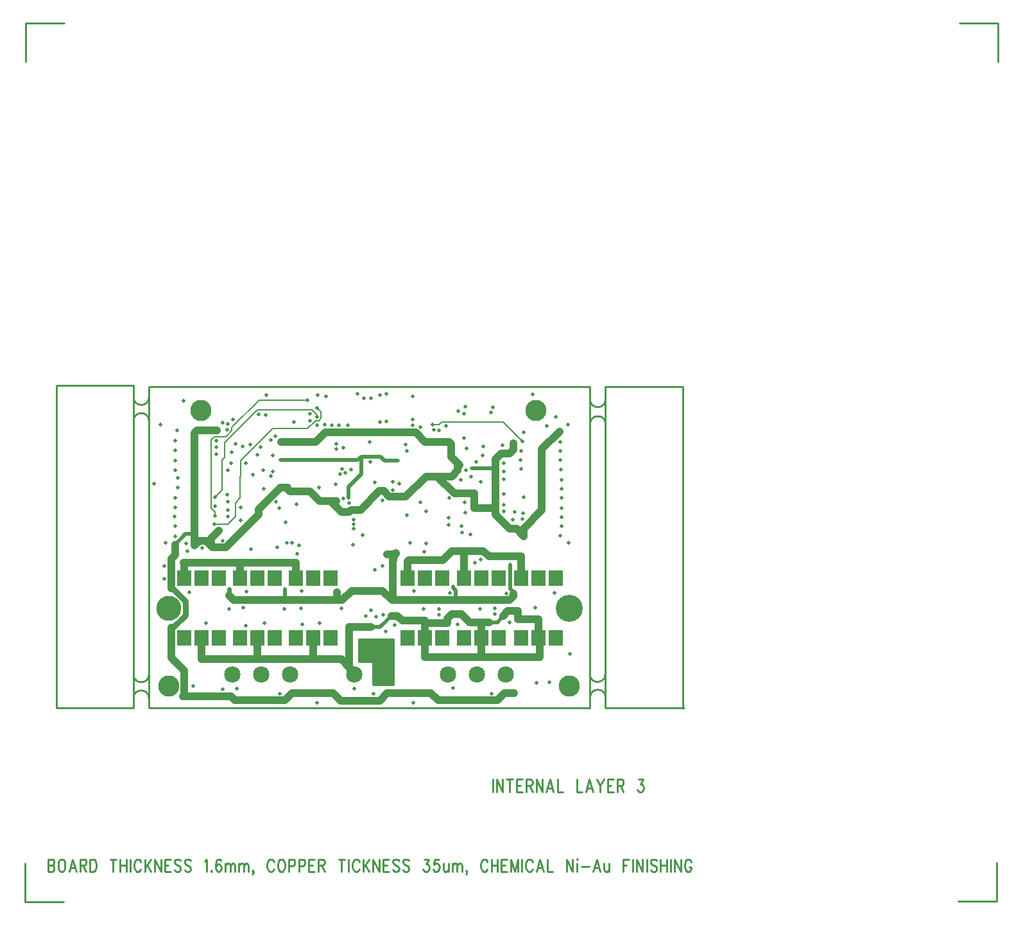
<source format=gbr>
*
*
G04 PADS Layout (Build Number 2007.21.1) generated Gerber (RS-274-X) file*
G04 PC Version=2.1*
*
%IN "2FOC-001.pcb"*%
*
%MOIN*%
*
%FSLAX35Y35*%
*
*
*
*
G04 PC Standard Apertures*
*
*
G04 Thermal Relief Aperture macro.*
%AMTER*
1,1,$1,0,0*
1,0,$1-$2,0,0*
21,0,$3,$4,0,0,45*
21,0,$3,$4,0,0,135*
%
*
*
G04 Annular Aperture macro.*
%AMANN*
1,1,$1,0,0*
1,0,$2,0,0*
%
*
*
G04 Odd Aperture macro.*
%AMODD*
1,1,$1,0,0*
1,0,$1-0.005,0,0*
%
*
*
G04 PC Custom Aperture Macros*
*
*
*
*
*
*
G04 PC Aperture Table*
*
%ADD010C,0.01*%
%ADD028R,0.075X0.084*%
%ADD029C,0.085*%
%ADD049C,0.11*%
%ADD070C,0.001*%
%ADD083C,0.00787*%
%ADD085C,0.03937*%
%ADD087C,0.01969*%
%ADD088C,0.13*%
%ADD090C,0.14*%
%ADD091C,0.0315*%
%ADD092C,0.02362*%
*
*
*
*
G04 PC Circuitry*
G04 Layer Name 2FOC-001.pcb - circuitry*
%LPD*%
*
*
G04 PC Custom Flashes*
G04 Layer Name 2FOC-001.pcb - flashes*
%LPD*%
*
*
G04 PC Circuitry*
G04 Layer Name 2FOC-001.pcb - circuitry*
%LPD*%
*
G54D10*
G01X403507Y420060D02*
Y413498D01*
X405553Y420060D02*
Y413498D01*
Y420060D02*
X408735Y413498D01*
Y420060D02*
Y413498D01*
X412371Y420060D02*
Y413498D01*
X410780Y420060D02*
X413962D01*
X416007D02*
Y413498D01*
Y420060D02*
X418962D01*
X416007Y416935D02*
X417826D01*
X416007Y413498D02*
X418962D01*
X421007Y420060D02*
Y413498D01*
Y420060D02*
X423053D01*
X423735Y419748*
X423962Y419435*
X424189Y418810*
Y418185*
X423962Y417560*
X423735Y417248*
X423053Y416935*
X421007*
X422598D02*
X424189Y413498D01*
X426235Y420060D02*
Y413498D01*
Y420060D02*
X429417Y413498D01*
Y420060D02*
Y413498D01*
X433280Y420060D02*
X431462Y413498D01*
X433280Y420060D02*
X435098Y413498D01*
X432144Y415685D02*
X434417D01*
X437144Y420060D02*
Y413498D01*
X439871*
X447144Y420060D02*
Y413498D01*
X449871*
X453735Y420060D02*
X451917Y413498D01*
X453735Y420060D02*
X455553Y413498D01*
X452598Y415685D02*
X454871D01*
X457598Y420060D02*
X459417Y416935D01*
Y413498*
X461235Y420060D02*
X459417Y416935D01*
X463280Y420060D02*
Y413498D01*
Y420060D02*
X466235D01*
X463280Y416935D02*
X465098D01*
X463280Y413498D02*
X466235D01*
X468280Y420060D02*
Y413498D01*
Y420060D02*
X470326D01*
X471007Y419748*
X471235Y419435*
X471462Y418810*
Y418185*
X471235Y417560*
X471007Y417248*
X470326Y416935*
X468280*
X469871D02*
X471462Y413498D01*
X479189Y420060D02*
X481689D01*
X480326Y417560*
X481007*
X481462Y417248*
X481689Y416935*
X481917Y415998*
Y415373*
X481689Y414435*
X481235Y413810*
X480553Y413498*
X479871*
X479189Y413810*
X478962Y414123*
X478735Y414748*
X172602Y378722D02*
Y372159D01*
Y378722D02*
X174647D01*
X175329Y378409*
X175557Y378097*
X175784Y377472*
Y376847*
X175557Y376222*
X175329Y375909*
X174647Y375597*
X172602D02*
X174647D01*
X175329Y375284*
X175557Y374972*
X175784Y374347*
Y373409*
X175557Y372784*
X175329Y372472*
X174647Y372159*
X172602*
X179193Y378722D02*
X178738Y378409D01*
X178284Y377784*
X178057Y377159*
X177829Y376222*
Y374659*
X178057Y373722*
X178284Y373097*
X178738Y372472*
X179193Y372159*
X180102*
X180557Y372472*
X181011Y373097*
X181238Y373722*
X181466Y374659*
Y376222*
X181238Y377159*
X181011Y377784*
X180557Y378409*
X180102Y378722*
X179193*
X185329D02*
X183511Y372159D01*
X185329Y378722D02*
X187147Y372159D01*
X184193Y374347D02*
X186466D01*
X189193Y378722D02*
Y372159D01*
Y378722D02*
X191238D01*
X191920Y378409*
X192147Y378097*
X192375Y377472*
Y376847*
X192147Y376222*
X191920Y375909*
X191238Y375597*
X189193*
X190784D02*
X192375Y372159D01*
X194420Y378722D02*
Y372159D01*
Y378722D02*
X196011D01*
X196693Y378409*
X197147Y377784*
X197375Y377159*
X197602Y376222*
Y374659*
X197375Y373722*
X197147Y373097*
X196693Y372472*
X196011Y372159*
X194420*
X206466Y378722D02*
Y372159D01*
X204875Y378722D02*
X208057D01*
X210102D02*
Y372159D01*
X213284Y378722D02*
Y372159D01*
X210102Y375597D02*
X213284D01*
X215329Y378722D02*
Y372159D01*
X220784Y377159D02*
X220557Y377784D01*
X220102Y378409*
X219647Y378722*
X218738*
X218284Y378409*
X217829Y377784*
X217602Y377159*
X217375Y376222*
Y374659*
X217602Y373722*
X217829Y373097*
X218284Y372472*
X218738Y372159*
X219647*
X220102Y372472*
X220557Y373097*
X220784Y373722*
X222829Y378722D02*
Y372159D01*
X226011Y378722D02*
X222829Y374347D01*
X223966Y375909D02*
X226011Y372159D01*
X228057Y378722D02*
Y372159D01*
Y378722D02*
X231238Y372159D01*
Y378722D02*
Y372159D01*
X233284Y378722D02*
Y372159D01*
Y378722D02*
X236238D01*
X233284Y375597D02*
X235102D01*
X233284Y372159D02*
X236238D01*
X241466Y377784D02*
X241011Y378409D01*
X240329Y378722*
X239420*
X238738Y378409*
X238284Y377784*
Y377159*
X238511Y376534*
X238738Y376222*
X239193Y375909*
X240557Y375284*
X241011Y374972*
X241238Y374659*
X241466Y374034*
Y373097*
X241011Y372472*
X240329Y372159*
X239420*
X238738Y372472*
X238284Y373097*
X246693Y377784D02*
X246238Y378409D01*
X245557Y378722*
X244647*
X243966Y378409*
X243511Y377784*
Y377159*
X243738Y376534*
X243966Y376222*
X244420Y375909*
X245784Y375284*
X246238Y374972*
X246466Y374659*
X246693Y374034*
Y373097*
X246238Y372472*
X245557Y372159*
X244647*
X243966Y372472*
X243511Y373097*
X253966Y377472D02*
X254420Y377784D01*
X255102Y378722*
Y372159*
X257375Y372784D02*
X257147Y372472D01*
X257375Y372159*
X257602Y372472*
X257375Y372784*
X262375Y377784D02*
X262147Y378409D01*
X261466Y378722*
X261011*
X260329Y378409*
X259875Y377472*
X259647Y375909*
Y374347*
X259875Y373097*
X260329Y372472*
X261011Y372159*
X261238*
X261920Y372472*
X262375Y373097*
X262602Y374034*
Y374347*
X262375Y375284*
X261920Y375909*
X261238Y376222*
X261011*
X260329Y375909*
X259875Y375284*
X259647Y374347*
X264647Y376534D02*
Y372159D01*
Y375284D02*
X265329Y376222D01*
X265784Y376534*
X266466*
X266920Y376222*
X267147Y375284*
Y372159*
Y375284D02*
X267829Y376222D01*
X268284Y376534*
X268966*
X269420Y376222*
X269647Y375284*
Y372159*
X271693Y376534D02*
Y372159D01*
Y375284D02*
X272375Y376222D01*
X272829Y376534*
X273511*
X273966Y376222*
X274193Y375284*
Y372159*
Y375284D02*
X274875Y376222D01*
X275329Y376534*
X276011*
X276466Y376222*
X276693Y375284*
Y372159*
X279193Y372472D02*
X278966Y372159D01*
X278738Y372472*
X278966Y372784*
X279193Y372472*
Y371847*
X278966Y371222*
X278738Y370909*
X289875Y377159D02*
X289647Y377784D01*
X289193Y378409*
X288738Y378722*
X287829*
X287375Y378409*
X286920Y377784*
X286693Y377159*
X286466Y376222*
Y374659*
X286693Y373722*
X286920Y373097*
X287375Y372472*
X287829Y372159*
X288738*
X289193Y372472*
X289647Y373097*
X289875Y373722*
X293284Y378722D02*
X292829Y378409D01*
X292375Y377784*
X292147Y377159*
X291920Y376222*
Y374659*
X292147Y373722*
X292375Y373097*
X292829Y372472*
X293284Y372159*
X294193*
X294647Y372472*
X295102Y373097*
X295329Y373722*
X295557Y374659*
Y376222*
X295329Y377159*
X295102Y377784*
X294647Y378409*
X294193Y378722*
X293284*
X297602D02*
Y372159D01*
Y378722D02*
X299647D01*
X300329Y378409*
X300557Y378097*
X300784Y377472*
Y376534*
X300557Y375909*
X300329Y375597*
X299647Y375284*
X297602*
X302829Y378722D02*
Y372159D01*
Y378722D02*
X304875D01*
X305557Y378409*
X305784Y378097*
X306011Y377472*
Y376534*
X305784Y375909*
X305557Y375597*
X304875Y375284*
X302829*
X308057Y378722D02*
Y372159D01*
Y378722D02*
X311011D01*
X308057Y375597D02*
X309875D01*
X308057Y372159D02*
X311011D01*
X313057Y378722D02*
Y372159D01*
Y378722D02*
X315102D01*
X315784Y378409*
X316011Y378097*
X316238Y377472*
Y376847*
X316011Y376222*
X315784Y375909*
X315102Y375597*
X313057*
X314647D02*
X316238Y372159D01*
X325102Y378722D02*
Y372159D01*
X323511Y378722D02*
X326693D01*
X328738D02*
Y372159D01*
X334193Y377159D02*
X333966Y377784D01*
X333511Y378409*
X333057Y378722*
X332147*
X331693Y378409*
X331238Y377784*
X331011Y377159*
X330784Y376222*
Y374659*
X331011Y373722*
X331238Y373097*
X331693Y372472*
X332147Y372159*
X333057*
X333511Y372472*
X333966Y373097*
X334193Y373722*
X336238Y378722D02*
Y372159D01*
X339420Y378722D02*
X336238Y374347D01*
X337375Y375909D02*
X339420Y372159D01*
X341466Y378722D02*
Y372159D01*
Y378722D02*
X344647Y372159D01*
Y378722D02*
Y372159D01*
X346693Y378722D02*
Y372159D01*
Y378722D02*
X349647D01*
X346693Y375597D02*
X348511D01*
X346693Y372159D02*
X349647D01*
X354875Y377784D02*
X354420Y378409D01*
X353738Y378722*
X352829*
X352147Y378409*
X351693Y377784*
Y377159*
X351920Y376534*
X352147Y376222*
X352602Y375909*
X353966Y375284*
X354420Y374972*
X354647Y374659*
X354875Y374034*
Y373097*
X354420Y372472*
X353738Y372159*
X352829*
X352147Y372472*
X351693Y373097*
X360102Y377784D02*
X359647Y378409D01*
X358966Y378722*
X358057*
X357375Y378409*
X356920Y377784*
Y377159*
X357147Y376534*
X357375Y376222*
X357829Y375909*
X359193Y375284*
X359647Y374972*
X359875Y374659*
X360102Y374034*
Y373097*
X359647Y372472*
X358966Y372159*
X358057*
X357375Y372472*
X356920Y373097*
X367829Y378722D02*
X370329D01*
X368966Y376222*
X369647*
X370102Y375909*
X370329Y375597*
X370557Y374659*
Y374034*
X370329Y373097*
X369875Y372472*
X369193Y372159*
X368511*
X367829Y372472*
X367602Y372784*
X367375Y373409*
X375557Y378722D02*
X373284D01*
X373057Y375909*
X373284Y376222*
X373966Y376534*
X374647*
X375329Y376222*
X375784Y375597*
X376011Y374659*
X375784Y374034*
X375557Y373097*
X375102Y372472*
X374420Y372159*
X373738*
X373057Y372472*
X372829Y372784*
X372602Y373409*
X378057Y376534D02*
Y373409D01*
X378284Y372472*
X378738Y372159*
X379420*
X379875Y372472*
X380557Y373409*
Y376534D02*
Y372159D01*
X382602Y376534D02*
Y372159D01*
Y375284D02*
X383284Y376222D01*
X383738Y376534*
X384420*
X384875Y376222*
X385102Y375284*
Y372159*
Y375284D02*
X385784Y376222D01*
X386238Y376534*
X386920*
X387375Y376222*
X387602Y375284*
Y372159*
X390102Y372472D02*
X389875Y372159D01*
X389647Y372472*
X389875Y372784*
X390102Y372472*
Y371847*
X389875Y371222*
X389647Y370909*
X400784Y377159D02*
X400557Y377784D01*
X400102Y378409*
X399647Y378722*
X398738*
X398284Y378409*
X397829Y377784*
X397602Y377159*
X397375Y376222*
Y374659*
X397602Y373722*
X397829Y373097*
X398284Y372472*
X398738Y372159*
X399647*
X400102Y372472*
X400557Y373097*
X400784Y373722*
X402829Y378722D02*
Y372159D01*
X406011Y378722D02*
Y372159D01*
X402829Y375597D02*
X406011D01*
X408057Y378722D02*
Y372159D01*
Y378722D02*
X411011D01*
X408057Y375597D02*
X409875D01*
X408057Y372159D02*
X411011D01*
X413057Y378722D02*
Y372159D01*
Y378722D02*
X414875Y372159D01*
X416693Y378722D02*
X414875Y372159D01*
X416693Y378722D02*
Y372159D01*
X418738Y378722D02*
Y372159D01*
X424193Y377159D02*
X423966Y377784D01*
X423511Y378409*
X423057Y378722*
X422147*
X421693Y378409*
X421238Y377784*
X421011Y377159*
X420784Y376222*
Y374659*
X421011Y373722*
X421238Y373097*
X421693Y372472*
X422147Y372159*
X423057*
X423511Y372472*
X423966Y373097*
X424193Y373722*
X428057Y378722D02*
X426238Y372159D01*
X428057Y378722D02*
X429875Y372159D01*
X426920Y374347D02*
X429193D01*
X431920Y378722D02*
Y372159D01*
X434647*
X441920Y378722D02*
Y372159D01*
Y378722D02*
X445102Y372159D01*
Y378722D02*
Y372159D01*
X447147Y378722D02*
X447375Y378409D01*
X447602Y378722*
X447375Y379034*
X447147Y378722*
X447375Y376534D02*
Y372159D01*
X449647Y374972D02*
X453738D01*
X457602Y378722D02*
X455784Y372159D01*
X457602Y378722D02*
X459420Y372159D01*
X456466Y374347D02*
X458738D01*
X461466Y376534D02*
Y373409D01*
X461693Y372472*
X462147Y372159*
X462829*
X463284Y372472*
X463966Y373409*
Y376534D02*
Y372159D01*
X471238Y378722D02*
Y372159D01*
Y378722D02*
X474193D01*
X471238Y375597D02*
X473057D01*
X476238Y378722D02*
Y372159D01*
X478284Y378722D02*
Y372159D01*
Y378722D02*
X481466Y372159D01*
Y378722D02*
Y372159D01*
X483511Y378722D02*
Y372159D01*
X488738Y377784D02*
X488284Y378409D01*
X487602Y378722*
X486693*
X486011Y378409*
X485557Y377784*
Y377159*
X485784Y376534*
X486011Y376222*
X486466Y375909*
X487829Y375284*
X488284Y374972*
X488511Y374659*
X488738Y374034*
Y373097*
X488284Y372472*
X487602Y372159*
X486693*
X486011Y372472*
X485557Y373097*
X490784Y378722D02*
Y372159D01*
X493966Y378722D02*
Y372159D01*
X490784Y375597D02*
X493966D01*
X496011Y378722D02*
Y372159D01*
X498057Y378722D02*
Y372159D01*
Y378722D02*
X501238Y372159D01*
Y378722D02*
Y372159D01*
X506693Y377159D02*
X506466Y377784D01*
X506011Y378409*
X505557Y378722*
X504647*
X504193Y378409*
X503738Y377784*
X503511Y377159*
X503284Y376222*
Y374659*
X503511Y373722*
X503738Y373097*
X504193Y372472*
X504647Y372159*
X505557*
X506011Y372472*
X506466Y373097*
X506693Y373722*
Y374659*
X505557D02*
X506693D01*
X333929Y492919D02*
X351826D01*
Y469116*
X341212*
Y481124*
X333929*
Y492919*
Y492514D02*
X351826D01*
X333929Y491614D02*
X351826D01*
X333929Y490714D02*
X351826D01*
X333929Y489814D02*
X351826D01*
X333929Y488914D02*
X351826D01*
X333929Y488014D02*
X351826D01*
X333929Y487114D02*
X351826D01*
X333929Y486214D02*
X351826D01*
X333929Y485314D02*
X351826D01*
X333929Y484414D02*
X351826D01*
X333929Y483514D02*
X351826D01*
X333929Y482614D02*
X351826D01*
X333929Y481714D02*
X351826D01*
X341212Y480814D02*
X351826D01*
X341212Y479914D02*
X351826D01*
X341212Y479014D02*
X351826D01*
X341212Y478114D02*
X351826D01*
X341212Y477214D02*
X351826D01*
X341212Y476314D02*
X351826D01*
X341212Y475414D02*
X351826D01*
X341212Y474514D02*
X351826D01*
X341212Y473614D02*
X351826D01*
X341212Y472714D02*
X351826D01*
X341212Y471814D02*
X351826D01*
X341212Y470914D02*
X351826D01*
X341212Y470014D02*
X351826D01*
X224988Y457218D02*
X454098D01*
Y623931*
X224988*
Y457218*
X180870Y812710D02*
X160870D01*
Y792710*
X160791Y376490D02*
Y356490D01*
X180791*
X645437Y356805D02*
X665437D01*
Y376805*
X665909Y792631D02*
Y812631D01*
X645909*
X216893Y624718D02*
Y457198D01*
X176933*
Y624521*
X216696*
X454107Y617296D02*
G75*
G03X462107I4000J0D01*
G01X462141Y604588D02*
G03X454141I-4000J-0D01*
G01X217014Y618422D02*
G03X225014I4000J0D01*
G01X225027Y606151D02*
G03X217027I-4000J0D01*
G01X217014Y474524D02*
G03X225014I4000J0D01*
G01X224962Y462256D02*
G03X216962I-4000J-0D01*
G01X454022Y474721D02*
G03X462022I4000J0D01*
G01X502917Y457198D02*
X462078D01*
Y623931*
X502326*
Y456805*
X462155Y462660D02*
G03X454155I-4000J-0D01*
G54D28*
G01X243161Y493395D03*
X252161D03*
X261161D03*
X272161D03*
X281161D03*
X290161D03*
X301161D03*
X310161D03*
X319161D03*
X261161Y524395D03*
X252161D03*
X243161D03*
X290161D03*
X281161D03*
X272161D03*
X319161D03*
X310161D03*
X301161D03*
X359161Y493395D03*
X368161D03*
X377161D03*
X388661D03*
X397661D03*
X406661D03*
X418161D03*
X427161D03*
X436161D03*
X377161Y524395D03*
X368161D03*
X359161D03*
X406661D03*
X397661D03*
X388661D03*
X436161D03*
X427161D03*
X418161D03*
G54D29*
X331661Y474395D03*
X346661D03*
X268161D03*
X283161D03*
X298161D03*
X380161D03*
X395161D03*
X410161D03*
G54D49*
X251933Y611395D03*
X425948D03*
X235161Y468395D03*
X443161D03*
G54D70*
G54D83*
X259019Y552474D02*
X265909D01*
X269846Y556411*
Y563498*
X272405Y566057*
Y577277*
X272602Y577474*
Y585545*
X289137Y602080*
X307444*
X311578Y606214*
X313153*
X314334Y607395*
Y608380*
X259216Y566647D02*
X262956Y570387D01*
Y585939*
X264334Y587317*
Y594994*
X281263Y611923*
X309610*
X312366Y609167*
Y608380*
X257248Y580820D02*
Y560742D01*
X259216Y558773*
Y556805*
X257248Y580820D02*
Y596372D01*
X258822Y597946*
X264925*
X268074Y601096*
Y602868*
X282248Y617041*
X307248*
X312169Y612907D02*
X314334Y610742D01*
Y608380*
X372405Y604246D02*
X375555D01*
X376933Y605624*
X408822*
X418862Y595584*
G54D85*
X242484Y463104D02*
X267681D01*
X269649Y461135*
X295633*
X299374Y464876*
X304295*
X242484Y463104D02*
X243468Y464088D01*
Y476687*
X304295Y464876D02*
X320633D01*
X324570Y460939*
X344846*
X348783Y464876*
X354098*
X329098Y478261D02*
X331657Y475702D01*
Y474399*
X331661Y474395*
X329098Y478261D02*
Y499128D01*
X340319*
X354098Y464876D02*
X371421D01*
X375161Y461135*
X405870*
X409610Y464876*
X414728*
X252161Y493395D02*
Y482395D01*
X281161*
X310161D02*
X281161D01*
Y493395*
X310161Y482395D02*
X324964D01*
X329098Y478261*
X310161Y482395D02*
Y493395D01*
X368161D02*
Y483576D01*
X397661*
X428114*
Y493395*
X397661Y483576D02*
Y493395D01*
X427161D02*
X427381Y493616D01*
X428114*
Y493395*
X236775Y498734D02*
Y483380D01*
X243468Y476687*
X266696Y515466D02*
X269059Y513104D01*
X295633*
X322405*
X322602Y513301*
Y517238*
X322405Y513104D02*
X325358D01*
X330279Y518025*
X346421*
X351342Y513104*
X351736*
X350948Y505033D02*
X354098D01*
X356657Y502474*
X368161*
Y501096*
X384216Y513104D02*
X351736D01*
Y535939*
X368161Y493395D02*
Y501096D01*
X380082*
Y503655*
X382444Y506017*
X387169*
X391500Y501687*
X397011*
X384216Y513104D02*
X412169D01*
X414137Y515072*
Y516647*
X401539Y501687D02*
X397011D01*
X397661Y501293*
Y493395*
X409019Y505033D02*
X411381Y507395D01*
X416500*
Y503065*
X427161*
Y493395*
X272405Y532592D02*
X242878D01*
X243161Y532309*
Y524395*
X236775Y519206D02*
Y534561D01*
X238744Y536529*
Y541844*
X272405Y532592D02*
X301161D01*
Y524395*
X272161D02*
Y532348D01*
X272405Y532592*
X352164Y535939D02*
X352326Y537317D01*
X352917*
X353311Y537710*
Y537120*
X351736Y535939D02*
X351933Y533970D01*
X352164Y535939*
X348586Y536923D02*
X350752D01*
X351736Y535939*
X359161Y524395D02*
Y533128D01*
X359807Y533773*
X377523*
X382248Y538498*
X388661*
X248783Y547553D02*
Y599915D01*
X249964Y601096*
X260397*
X248783Y547553D02*
Y541450D01*
X251145Y543813*
X254492*
X257248Y541057*
Y545387*
X261185Y549324*
X257248Y541057D02*
X257838Y540466D01*
X264925*
X281854Y557395*
Y560151*
X293271Y571569*
X297011*
X388661Y538498D02*
X398783D01*
X401539Y535742*
X418161*
Y524395*
X388661Y538498D02*
Y524395D01*
X419649Y546372D02*
Y550309D01*
X429098Y559757*
Y591450*
X438153Y600506*
X297405Y570584D02*
X298389Y569600D01*
X303704*
X308626*
X313547Y564679*
X319256*
X322405*
X319256D02*
X324964Y558970D01*
X329098*
X330082Y559954*
X334807*
X344649Y569797*
X346815*
X349767Y566844*
X358429*
X368862Y577277*
X374767*
X383626Y568419*
X393862*
Y560742*
X404885*
X374767Y577277D02*
X382248D01*
X385397Y580427*
Y582395*
X386283Y583281*
X404885Y560742D02*
Y557395D01*
X412169Y550112*
X415909*
X419649Y546372*
X404885Y560742D02*
Y581214D01*
X293665Y595191D02*
X311578D01*
X316500Y600112*
X363744*
X368468Y595387*
X380870*
X382051Y594206*
Y587513*
X386283Y583281*
X404885Y581214D02*
Y586135D01*
X408035Y589285*
X412366*
X414137Y591057*
Y594600*
G54D87*
X295633Y513104D02*
Y518813D01*
X340319Y499128D02*
X345043D01*
X350948Y505033*
X401539Y501687D02*
X405870D01*
X409019Y505033*
X383035Y520191D02*
Y519403D01*
X384216Y518222*
Y513104*
X412759Y531411D02*
Y518813D01*
X414137Y517435*
Y516647*
X238744Y541844D02*
X244059Y547553D01*
X248783*
X328507Y566057D02*
Y571962D01*
X335200Y578655*
Y587513*
X293271Y585742D02*
X333429D01*
X335200Y587513*
X345437*
X347405Y585545*
X354295*
X392484Y581608D02*
X404492D01*
X404885Y581214*
X242484Y463104D03*
X247996Y468419D03*
X263350Y467041D03*
X270633Y467238D03*
X304295Y464876D03*
X292878Y464679D03*
X312366Y459757D03*
X331657Y467238D03*
X341696Y464482D03*
X354098Y464876D03*
X362366Y459954D03*
X382838Y467435D03*
X402917Y464679D03*
X414728Y464876D03*
X426145Y470191D03*
X433035Y470584D03*
X346027Y486529D03*
X342484Y486726D03*
X339137D03*
X335988D03*
Y482395D03*
X339137D03*
X342484D03*
X346027D03*
X347996Y496962D03*
X349374Y486529D03*
Y482395D03*
X443665Y485151D03*
X245830Y517238D03*
X254689Y501096D03*
X266500Y508576D03*
X275358Y499915D03*
X273980Y509364D03*
X284807Y501096D03*
X275555Y517435D03*
X304492Y500506D03*
X303901Y508773D03*
X304295Y517828D03*
X295437Y508576D03*
X313744Y501096D03*
X324964Y508773D03*
X322602Y517238D03*
X337563Y504836D03*
X342878Y504639D03*
X340319Y507986D03*
X346618Y505624D03*
X352720Y500112D03*
X362563Y517828D03*
X385397Y500506D03*
X375752Y508576D03*
Y505427D03*
X367681Y508576D03*
X381460Y517041D03*
X396815Y508576D03*
X404689Y505820D03*
Y508970D03*
X412169Y501490D03*
X410594Y516647D03*
X425752Y509167D03*
X435594Y517041D03*
X232838Y524324D03*
Y530820D03*
X266696Y519009D03*
X301933Y537120D03*
X295633Y518813D03*
X342287Y528852D03*
X346421Y530820D03*
X348586Y536923D03*
X353311Y537120D03*
X367878Y538104D03*
X383035Y520191D03*
X394452Y532395D03*
X397405Y534364D03*
X412759Y531411D03*
X244256Y542631D03*
X245043Y538498D03*
X238547Y551490D03*
X233626Y543025D03*
X238350Y556608D03*
X238547Y546372D03*
X252720Y540269D03*
X259019Y552474D03*
X259216Y556805D03*
X261185Y549324D03*
X263350Y544009D03*
X266106Y556608D03*
X272799Y554639D03*
X277917Y539482D03*
X291500Y540663D03*
X302917Y541647D03*
X299177Y542828D03*
X296027Y553458D03*
X296618Y543025D03*
X335988Y546765D03*
X331263Y554836D03*
X330870Y541844D03*
X331263Y552474D03*
Y550112D03*
X358822Y557198D03*
X360594Y543025D03*
X368862Y542435D03*
X380673Y552277D03*
X387366Y551687D03*
X380673Y555820D03*
X387563Y548143D03*
X391893Y547356D03*
X419452Y558380D03*
X419059Y555230D03*
X413941Y554836D03*
X419649Y546372D03*
X439137Y556214D03*
Y551490D03*
X442878Y543025D03*
X438547Y546569D03*
X227523Y573537D03*
X238547Y566254D03*
Y561332D03*
X239925Y576490D03*
Y571569D03*
X259216Y566647D03*
Y561923D03*
X265909Y564285D03*
X265712Y567828D03*
X265909Y559954D03*
X284610Y570978D03*
X272799Y561135D03*
X279098Y578261D03*
X301539Y562907D03*
X292681Y560742D03*
X291106Y564285D03*
X303704Y569600D03*
X297996Y569403D03*
X297011Y571569D03*
X288350Y577474D03*
X321815Y573340D03*
X325948Y565860D03*
X322405Y564679D03*
X313153Y571569D03*
X328507Y566057D03*
X342287Y574324D03*
X346224Y564876D03*
X329098Y563498D03*
X351736Y574521D03*
Y570387D03*
X354885Y573537D03*
X365909Y563891D03*
X382248Y577277D03*
X380870Y566057D03*
X368862Y559167D03*
X386972Y575506D03*
X397208Y574521D03*
X388941Y563891D03*
X389137Y558576D03*
X392287Y577277D03*
X419649Y566647D03*
X415122Y558773D03*
X409413Y559167D03*
Y562710D03*
Y568222D03*
X409216Y575899D03*
X439137Y560939D03*
Y566057D03*
Y570781D03*
Y575506D03*
X238744Y580624D03*
Y585545D03*
Y590860D03*
Y595978D03*
X259807Y588891D03*
X260004Y592631D03*
X259807Y595978D03*
X266106Y580427D03*
X267878Y589876D03*
X281460Y588498D03*
X277523Y593813D03*
X270043Y594206D03*
X284413Y580427D03*
X282838Y592631D03*
X273783Y593025D03*
X267681Y584364D03*
X275358D03*
X289137Y580033D03*
X293665Y595191D03*
X289137Y588104D03*
X288153Y596175D03*
X290712Y598143D03*
X293271Y585742D03*
X325161Y581214D03*
X324177Y578655D03*
X326933Y579246D03*
X322405Y591647D03*
Y594206D03*
X325948Y592238D03*
X330082Y580820D03*
X339925Y584954D03*
X339728Y595387D03*
X354295Y585545D03*
X358232Y593813D03*
X358822Y590663D03*
X380476Y594600D03*
X392484Y581608D03*
X389531Y580427D03*
X395043Y584954D03*
X398193Y588301D03*
X398586Y593025D03*
X390122Y591844D03*
X388744Y597356D03*
X418468Y581214D03*
X414137Y594600D03*
X418271Y590663D03*
X418074Y585939D03*
X418862Y595584D03*
X408626Y593616D03*
X409216Y584167D03*
Y580033D03*
X438941Y581017D03*
X438744Y590466D03*
Y585742D03*
Y595387D03*
X231067Y604246D03*
X239531Y601096D03*
X243074Y616450D03*
X265909Y604443D03*
X263350Y605230D03*
X265712Y601687D03*
X260397Y601096D03*
X281854Y609561D03*
X268665Y606805D03*
X285791Y609167D03*
X300161Y605624D03*
X307248Y617041D03*
X312366Y604049D03*
X308626Y606214D03*
X312366Y608380D03*
X312169Y612907D03*
X308626Y609954D03*
X323586Y604049D03*
X320043D03*
X316303Y604246D03*
X336775Y617828D03*
X328311Y603852D03*
X344846Y605624D03*
X340319Y617828D03*
X366106Y602868D03*
X361972Y606805D03*
X348389Y606017D03*
X361972Y603852D03*
X379295Y603655D03*
X372405Y604246D03*
X372996Y601687D03*
X375752Y601096D03*
X385594Y611332D03*
X388744Y609757D03*
X402720Y610545D03*
X403507Y613104D03*
X389334Y613498D03*
X419649Y600309D03*
X438153Y600506D03*
X442681Y604246D03*
X436381Y608183D03*
X431657Y603458D03*
X285988Y619600D03*
X312563Y619403D03*
X317090Y618813D03*
X344846Y619600D03*
X333232Y620191D03*
X348193D03*
X361972Y618813D03*
X424374Y619797D03*
G54D88*
X235161Y508895D03*
G54D90*
X443161D03*
G54D91*
X236775Y498734D02*
X237366D01*
X243862Y505230*
Y512513*
X236775Y519206D02*
X237169D01*
X243862Y512513*
G54D92*
X266696Y519009D02*
Y515466D01*
G74*
X0Y0D02*
M02*

</source>
